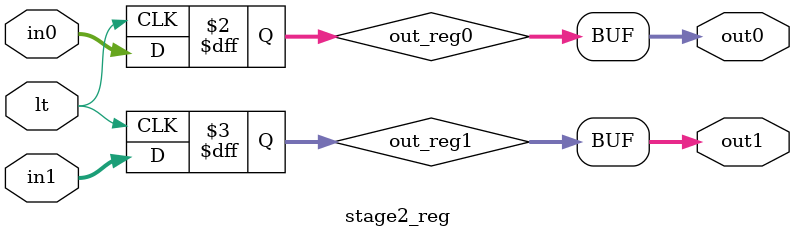
<source format=v>
`timescale 1ns / 1ps


module stage2_reg(
    in0,
    in1,
    out0,
    out1,
    lt
    );
    parameter DATA_WIDTH = 13;
    input lt;
    input [DATA_WIDTH-1:0] in0;
    input [DATA_WIDTH-1:0] in1;
    output [DATA_WIDTH-1:0] out0;
    output [DATA_WIDTH-1:0] out1;
    reg [DATA_WIDTH-1:0] out_reg0,out_reg1;
    assign out0 = out_reg0;
    assign out1 = out_reg1;
    always@(posedge lt)
    begin
        out_reg0 <= in0;
        out_reg1 <= in1;
    end
endmodule

</source>
